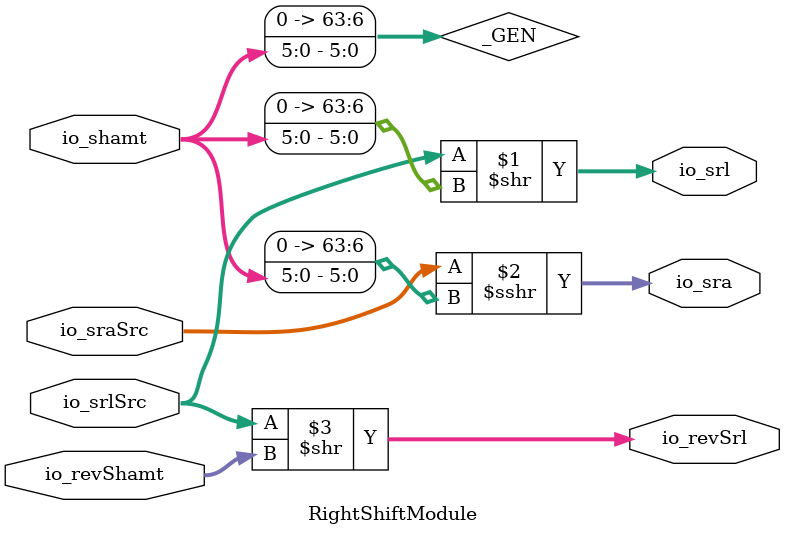
<source format=v>
module RightShiftModule(
  input  [5:0]  io_shamt,
  input  [5:0]  io_revShamt,
  input  [63:0] io_srlSrc,
  input  [63:0] io_sraSrc,
  output [63:0] io_srl,
  output [63:0] io_sra,
  output [63:0] io_revSrl
);

  wire [63:0] _GEN = {58'h0, io_shamt};
  assign io_srl = io_srlSrc >> _GEN;
  assign io_sra = $signed($signed(io_sraSrc) >>> _GEN);
  assign io_revSrl = io_srlSrc >> io_revShamt;
endmodule


</source>
